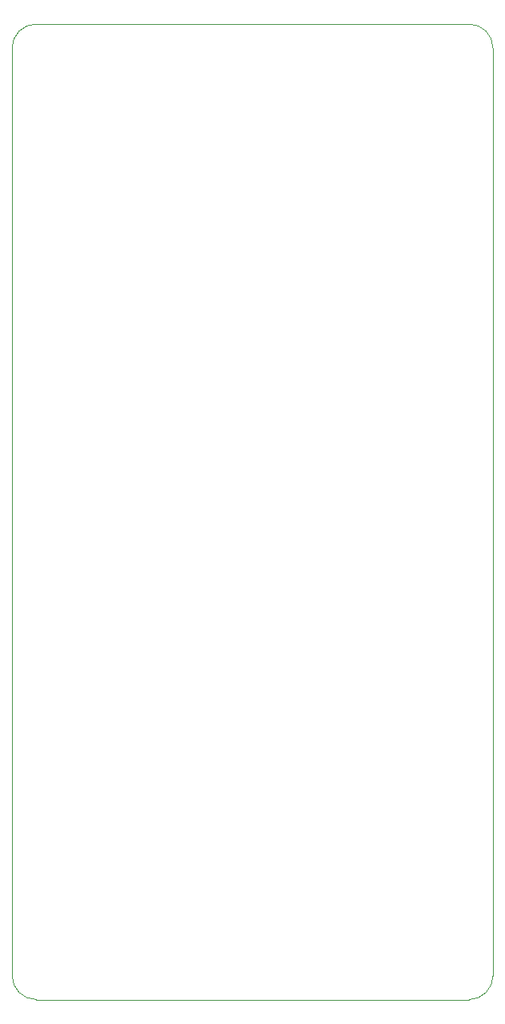
<source format=gbr>
G04*
G04 #@! TF.GenerationSoftware,Altium Limited,Altium Designer,22.4.2 (48)*
G04*
G04 Layer_Color=32896*
%FSLAX25Y25*%
%MOIN*%
G70*
G04*
G04 #@! TF.SameCoordinates,F1429C7B-AB02-4E32-93F6-432C4BA2DB55*
G04*
G04*
G04 #@! TF.FilePolarity,Positive*
G04*
G01*
G75*
%ADD161C,0.00050*%
D161*
X200000Y395512D02*
G03*
X190000Y405512I-10000J0D01*
G01*
X200000Y395512D02*
G03*
X190000Y405512I-10000J0D01*
G01*
X0Y10000D02*
G03*
X10000Y0I10000J0D01*
G01*
X0Y10000D02*
G03*
X10000Y0I10000J0D01*
G01*
X190000D02*
G03*
X200000Y10000I0J10000D01*
G01*
X10000Y405512D02*
G03*
X0Y395512I0J-10000D01*
G01*
X190000Y0D02*
G03*
X200000Y10000I0J10000D01*
G01*
X-0Y395512D02*
X0Y10000D01*
X10000Y405512D02*
X190000D01*
X10000Y0D02*
X190000D01*
X200000Y10000D02*
Y395512D01*
Y10000D02*
Y395512D01*
X10000Y0D02*
X190000D01*
M02*

</source>
